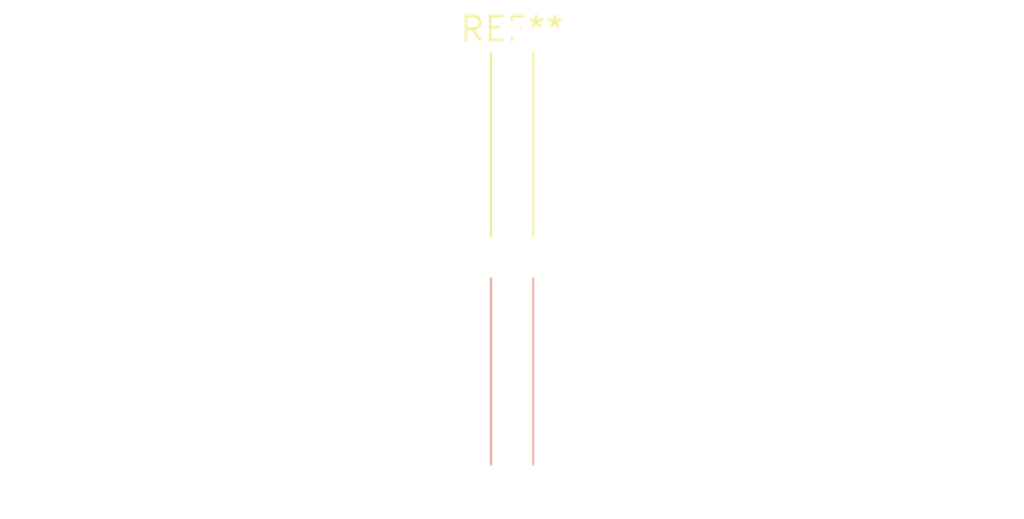
<source format=kicad_pcb>
(kicad_pcb (version 20240108) (generator pcbnew)
  (layers (0 "F.Cu" signal) (31 "B.Cu" signal) (34 "B.Paste" user) (35 "F.Paste" user) (36 "B.SilkS" user "B.Silkscreen") (37 "F.SilkS" user "F.Silkscreen") (38 "B.Mask" user) (39 "F.Mask" user) (44 "Edge.Cuts" user))
  (net 0 "")
  (footprint "SolderWire-0.25sqmm_1x01_D0.65mm_OD2mm_Relief2x" (layer "F.Cu") (at 0 0)
    (property "Reference" "REF**")
    (property "Value" "SolderWire-0.25sqmm_1x01_D0.65mm_OD2mm_Relief2x")
    (fp_line (start -1.11 13.11) (end -1.11 22.89) (layer "B.SilkS") (stroke (width 0.12)))
    (fp_line (start 1.11 13.11) (end 1.11 22.89) (layer "B.SilkS") (stroke (width 0.12)))
    (fp_line (start -1.11 1.26) (end -1.11 10.89) (layer "F.SilkS") (stroke (width 0.12)))
    (fp_line (start 1.11 1.26) (end 1.11 10.89) (layer "F.SilkS") (stroke (width 0.12)))
    (pad "" np_thru_hole circle (at 0 12) (size 2.5 2.5) (drill 2.5) (layers *.Cu *.Mask))
    (pad "" np_thru_hole circle (at 0 24) (size 2.5 2.5) (drill 2.5) (layers *.Cu *.Mask))
    (pad "1" thru_hole roundrect (at 0 0) (size 2 2) (drill 0.85) (layers *.Cu *.Mask) (remove_unused_layers) (roundrect_rratio 0.125))
  )
)
</source>
